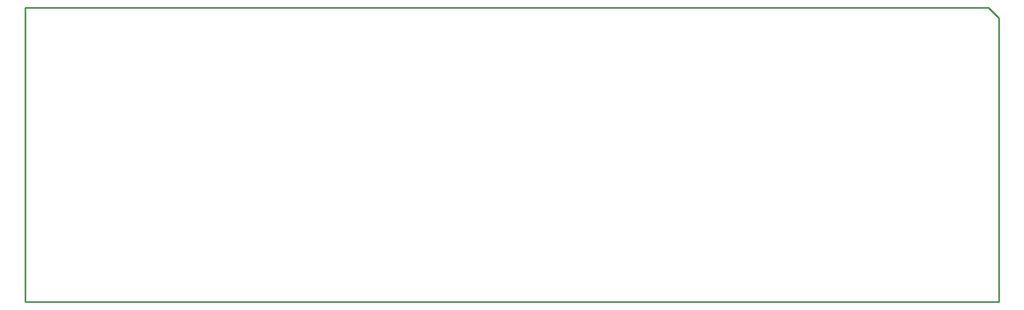
<source format=gko>
%FSAX24Y24*%
%MOIN*%
G70*
G01*
G75*
G04 Layer_Color=16711935*
%ADD10R,0.0300X0.0300*%
%ADD11R,0.0300X0.0300*%
G04:AMPARAMS|DCode=12|XSize=79mil|YSize=44mil|CornerRadius=22mil|HoleSize=0mil|Usage=FLASHONLY|Rotation=90.000|XOffset=0mil|YOffset=0mil|HoleType=Round|Shape=RoundedRectangle|*
%AMROUNDEDRECTD12*
21,1,0.0790,0.0000,0,0,90.0*
21,1,0.0350,0.0440,0,0,90.0*
1,1,0.0440,0.0000,0.0175*
1,1,0.0440,0.0000,-0.0175*
1,1,0.0440,0.0000,-0.0175*
1,1,0.0440,0.0000,0.0175*
%
%ADD12ROUNDEDRECTD12*%
%ADD13R,0.0472X0.2400*%
%ADD14O,0.0709X0.0094*%
%ADD15O,0.0094X0.0709*%
%ADD16O,0.0472X0.1181*%
%ADD17R,0.2323X0.2559*%
%ADD18O,0.0827X0.0138*%
%ADD19C,0.0060*%
%ADD20C,0.0100*%
%ADD21C,0.0094*%
%ADD22C,0.0295*%
%ADD23C,0.0197*%
%ADD24C,0.0700*%
%ADD25R,0.0700X0.0700*%
%ADD26R,0.0700X0.0700*%
%ADD27C,0.0400*%
%ADD28O,0.0600X0.1000*%
%ADD29C,0.0600*%
%ADD30C,0.2500*%
%ADD31C,0.0276*%
%ADD32O,0.0866X0.0236*%
%ADD33R,0.0600X0.1000*%
%ADD34R,0.1618X0.1717*%
%ADD35R,0.0500X0.0120*%
%ADD36C,0.0080*%
%ADD37C,0.0050*%
%ADD38C,0.0098*%
%ADD39C,0.0236*%
%ADD40C,0.0079*%
%ADD41R,0.1000X0.0996*%
%ADD42C,0.0040*%
%ADD43C,0.0030*%
%ADD44R,0.0996X0.1000*%
%ADD45R,0.0996X0.1000*%
%ADD46C,0.0000*%
D20*
X058701Y071110D02*
X059320Y070491D01*
X059320Y053160D02*
X059320Y070491D01*
X000000Y053160D02*
X059320Y053160D01*
X000000Y053160D02*
X000000Y071110D01*
X058701Y071110D01*
M02*

</source>
